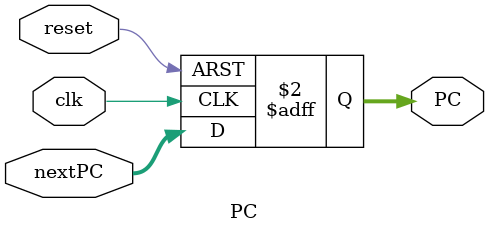
<source format=v>
module PC(
    input wire clk,
    input wire reset,
    input wire [31:0] nextPC, // proxima endereco/instrucao
    output reg [31:0] PC 
);
// logica do clk com reset para que seja reiniciado ou avance para nextPC
    always @(posedge clk or posedge reset) begin
        if (reset) begin // zera o pc em caso de reset
            PC <= 32'b0;
        end else begin // avanca para proximo endereco
            PC <= nextPC;
        end
    end

endmodule
</source>
